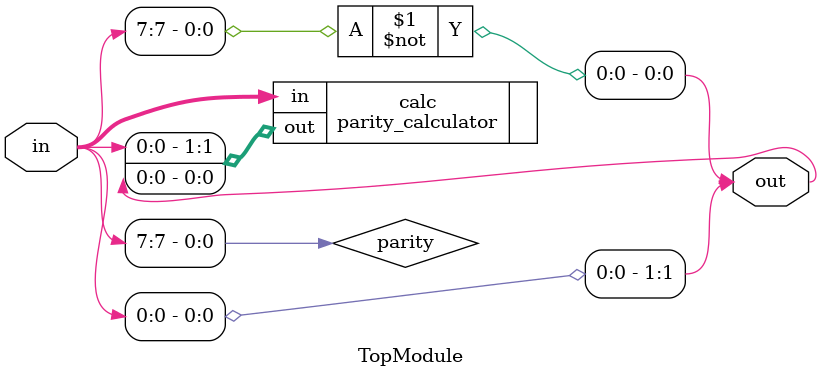
<source format=sv>

module TopModule (
    input [7:0] in, // Input byte to calculate parity for
    output [1:0] out // Output byte containing the calculated parity bit
);

    wire parity;
    parity_calculator calc(
        .in(in),
        .out(out)
    );

    assign out[1] = in[0]; // Most significant bit of output is data bit from input
    assign out[0]  = ~in[7]; // Least significant bit of output is parity bit
    assign parity = !~in[7];

endmodule

// VERILOG-EVAL: errant inclusion of module definition

</source>
